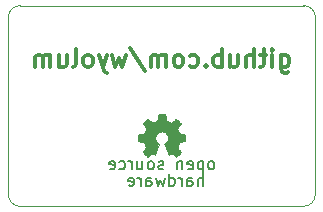
<source format=gbo>
G04 #@! TF.FileFunction,Legend,Bot*
%FSLAX46Y46*%
G04 Gerber Fmt 4.6, Leading zero omitted, Abs format (unit mm)*
G04 Created by KiCad (PCBNEW 0.201506152246+5755~23~ubuntu14.10.1-product) date Tue Jun 16 17:37:46 2015*
%MOMM*%
G01*
G04 APERTURE LIST*
%ADD10C,0.100000*%
%ADD11C,0.300000*%
%ADD12C,0.200000*%
%ADD13C,0.002540*%
%ADD14R,2.032000X2.032000*%
%ADD15O,2.032000X2.032000*%
%ADD16C,3.800000*%
G04 APERTURE END LIST*
D10*
D11*
X110071429Y-95678571D02*
X110071429Y-96892857D01*
X110142858Y-97035714D01*
X110214286Y-97107143D01*
X110357143Y-97178571D01*
X110571429Y-97178571D01*
X110714286Y-97107143D01*
X110071429Y-96607143D02*
X110214286Y-96678571D01*
X110500000Y-96678571D01*
X110642858Y-96607143D01*
X110714286Y-96535714D01*
X110785715Y-96392857D01*
X110785715Y-95964286D01*
X110714286Y-95821429D01*
X110642858Y-95750000D01*
X110500000Y-95678571D01*
X110214286Y-95678571D01*
X110071429Y-95750000D01*
X109357143Y-96678571D02*
X109357143Y-95678571D01*
X109357143Y-95178571D02*
X109428572Y-95250000D01*
X109357143Y-95321429D01*
X109285715Y-95250000D01*
X109357143Y-95178571D01*
X109357143Y-95321429D01*
X108857143Y-95678571D02*
X108285714Y-95678571D01*
X108642857Y-95178571D02*
X108642857Y-96464286D01*
X108571429Y-96607143D01*
X108428571Y-96678571D01*
X108285714Y-96678571D01*
X107785714Y-96678571D02*
X107785714Y-95178571D01*
X107142857Y-96678571D02*
X107142857Y-95892857D01*
X107214286Y-95750000D01*
X107357143Y-95678571D01*
X107571428Y-95678571D01*
X107714286Y-95750000D01*
X107785714Y-95821429D01*
X105785714Y-95678571D02*
X105785714Y-96678571D01*
X106428571Y-95678571D02*
X106428571Y-96464286D01*
X106357143Y-96607143D01*
X106214285Y-96678571D01*
X106000000Y-96678571D01*
X105857143Y-96607143D01*
X105785714Y-96535714D01*
X105071428Y-96678571D02*
X105071428Y-95178571D01*
X105071428Y-95750000D02*
X104928571Y-95678571D01*
X104642857Y-95678571D01*
X104500000Y-95750000D01*
X104428571Y-95821429D01*
X104357142Y-95964286D01*
X104357142Y-96392857D01*
X104428571Y-96535714D01*
X104500000Y-96607143D01*
X104642857Y-96678571D01*
X104928571Y-96678571D01*
X105071428Y-96607143D01*
X103714285Y-96535714D02*
X103642857Y-96607143D01*
X103714285Y-96678571D01*
X103785714Y-96607143D01*
X103714285Y-96535714D01*
X103714285Y-96678571D01*
X102357142Y-96607143D02*
X102499999Y-96678571D01*
X102785713Y-96678571D01*
X102928571Y-96607143D01*
X102999999Y-96535714D01*
X103071428Y-96392857D01*
X103071428Y-95964286D01*
X102999999Y-95821429D01*
X102928571Y-95750000D01*
X102785713Y-95678571D01*
X102499999Y-95678571D01*
X102357142Y-95750000D01*
X101499999Y-96678571D02*
X101642857Y-96607143D01*
X101714285Y-96535714D01*
X101785714Y-96392857D01*
X101785714Y-95964286D01*
X101714285Y-95821429D01*
X101642857Y-95750000D01*
X101499999Y-95678571D01*
X101285714Y-95678571D01*
X101142857Y-95750000D01*
X101071428Y-95821429D01*
X100999999Y-95964286D01*
X100999999Y-96392857D01*
X101071428Y-96535714D01*
X101142857Y-96607143D01*
X101285714Y-96678571D01*
X101499999Y-96678571D01*
X100357142Y-96678571D02*
X100357142Y-95678571D01*
X100357142Y-95821429D02*
X100285714Y-95750000D01*
X100142856Y-95678571D01*
X99928571Y-95678571D01*
X99785714Y-95750000D01*
X99714285Y-95892857D01*
X99714285Y-96678571D01*
X99714285Y-95892857D02*
X99642856Y-95750000D01*
X99499999Y-95678571D01*
X99285714Y-95678571D01*
X99142856Y-95750000D01*
X99071428Y-95892857D01*
X99071428Y-96678571D01*
X97285714Y-95107143D02*
X98571428Y-97035714D01*
X96928570Y-95678571D02*
X96642856Y-96678571D01*
X96357142Y-95964286D01*
X96071427Y-96678571D01*
X95785713Y-95678571D01*
X95357141Y-95678571D02*
X94999998Y-96678571D01*
X94642856Y-95678571D02*
X94999998Y-96678571D01*
X95142856Y-97035714D01*
X95214284Y-97107143D01*
X95357141Y-97178571D01*
X93857141Y-96678571D02*
X93999999Y-96607143D01*
X94071427Y-96535714D01*
X94142856Y-96392857D01*
X94142856Y-95964286D01*
X94071427Y-95821429D01*
X93999999Y-95750000D01*
X93857141Y-95678571D01*
X93642856Y-95678571D01*
X93499999Y-95750000D01*
X93428570Y-95821429D01*
X93357141Y-95964286D01*
X93357141Y-96392857D01*
X93428570Y-96535714D01*
X93499999Y-96607143D01*
X93642856Y-96678571D01*
X93857141Y-96678571D01*
X92499998Y-96678571D02*
X92642856Y-96607143D01*
X92714284Y-96464286D01*
X92714284Y-95178571D01*
X91285713Y-95678571D02*
X91285713Y-96678571D01*
X91928570Y-95678571D02*
X91928570Y-96464286D01*
X91857142Y-96607143D01*
X91714284Y-96678571D01*
X91499999Y-96678571D01*
X91357142Y-96607143D01*
X91285713Y-96535714D01*
X90571427Y-96678571D02*
X90571427Y-95678571D01*
X90571427Y-95821429D02*
X90499999Y-95750000D01*
X90357141Y-95678571D01*
X90142856Y-95678571D01*
X89999999Y-95750000D01*
X89928570Y-95892857D01*
X89928570Y-96678571D01*
X89928570Y-95892857D02*
X89857141Y-95750000D01*
X89714284Y-95678571D01*
X89499999Y-95678571D01*
X89357141Y-95750000D01*
X89285713Y-95892857D01*
X89285713Y-96678571D01*
D12*
X103492858Y-106752381D02*
X103492858Y-105752381D01*
X103064286Y-106752381D02*
X103064286Y-106228571D01*
X103111905Y-106133333D01*
X103207143Y-106085714D01*
X103350001Y-106085714D01*
X103445239Y-106133333D01*
X103492858Y-106180952D01*
X102159524Y-106752381D02*
X102159524Y-106228571D01*
X102207143Y-106133333D01*
X102302381Y-106085714D01*
X102492858Y-106085714D01*
X102588096Y-106133333D01*
X102159524Y-106704762D02*
X102254762Y-106752381D01*
X102492858Y-106752381D01*
X102588096Y-106704762D01*
X102635715Y-106609524D01*
X102635715Y-106514286D01*
X102588096Y-106419048D01*
X102492858Y-106371429D01*
X102254762Y-106371429D01*
X102159524Y-106323810D01*
X101683334Y-106752381D02*
X101683334Y-106085714D01*
X101683334Y-106276190D02*
X101635715Y-106180952D01*
X101588096Y-106133333D01*
X101492858Y-106085714D01*
X101397619Y-106085714D01*
X100635714Y-106752381D02*
X100635714Y-105752381D01*
X100635714Y-106704762D02*
X100730952Y-106752381D01*
X100921429Y-106752381D01*
X101016667Y-106704762D01*
X101064286Y-106657143D01*
X101111905Y-106561905D01*
X101111905Y-106276190D01*
X101064286Y-106180952D01*
X101016667Y-106133333D01*
X100921429Y-106085714D01*
X100730952Y-106085714D01*
X100635714Y-106133333D01*
X100254762Y-106085714D02*
X100064286Y-106752381D01*
X99873809Y-106276190D01*
X99683333Y-106752381D01*
X99492857Y-106085714D01*
X98683333Y-106752381D02*
X98683333Y-106228571D01*
X98730952Y-106133333D01*
X98826190Y-106085714D01*
X99016667Y-106085714D01*
X99111905Y-106133333D01*
X98683333Y-106704762D02*
X98778571Y-106752381D01*
X99016667Y-106752381D01*
X99111905Y-106704762D01*
X99159524Y-106609524D01*
X99159524Y-106514286D01*
X99111905Y-106419048D01*
X99016667Y-106371429D01*
X98778571Y-106371429D01*
X98683333Y-106323810D01*
X98207143Y-106752381D02*
X98207143Y-106085714D01*
X98207143Y-106276190D02*
X98159524Y-106180952D01*
X98111905Y-106133333D01*
X98016667Y-106085714D01*
X97921428Y-106085714D01*
X97207142Y-106704762D02*
X97302380Y-106752381D01*
X97492857Y-106752381D01*
X97588095Y-106704762D01*
X97635714Y-106609524D01*
X97635714Y-106228571D01*
X97588095Y-106133333D01*
X97492857Y-106085714D01*
X97302380Y-106085714D01*
X97207142Y-106133333D01*
X97159523Y-106228571D01*
X97159523Y-106323810D01*
X97635714Y-106419048D01*
X104261906Y-105352381D02*
X104357144Y-105304762D01*
X104404763Y-105257143D01*
X104452382Y-105161905D01*
X104452382Y-104876190D01*
X104404763Y-104780952D01*
X104357144Y-104733333D01*
X104261906Y-104685714D01*
X104119048Y-104685714D01*
X104023810Y-104733333D01*
X103976191Y-104780952D01*
X103928572Y-104876190D01*
X103928572Y-105161905D01*
X103976191Y-105257143D01*
X104023810Y-105304762D01*
X104119048Y-105352381D01*
X104261906Y-105352381D01*
X103500001Y-104685714D02*
X103500001Y-105685714D01*
X103500001Y-104733333D02*
X103404763Y-104685714D01*
X103214286Y-104685714D01*
X103119048Y-104733333D01*
X103071429Y-104780952D01*
X103023810Y-104876190D01*
X103023810Y-105161905D01*
X103071429Y-105257143D01*
X103119048Y-105304762D01*
X103214286Y-105352381D01*
X103404763Y-105352381D01*
X103500001Y-105304762D01*
X102214286Y-105304762D02*
X102309524Y-105352381D01*
X102500001Y-105352381D01*
X102595239Y-105304762D01*
X102642858Y-105209524D01*
X102642858Y-104828571D01*
X102595239Y-104733333D01*
X102500001Y-104685714D01*
X102309524Y-104685714D01*
X102214286Y-104733333D01*
X102166667Y-104828571D01*
X102166667Y-104923810D01*
X102642858Y-105019048D01*
X101738096Y-104685714D02*
X101738096Y-105352381D01*
X101738096Y-104780952D02*
X101690477Y-104733333D01*
X101595239Y-104685714D01*
X101452381Y-104685714D01*
X101357143Y-104733333D01*
X101309524Y-104828571D01*
X101309524Y-105352381D01*
X100119048Y-105304762D02*
X100023810Y-105352381D01*
X99833334Y-105352381D01*
X99738095Y-105304762D01*
X99690476Y-105209524D01*
X99690476Y-105161905D01*
X99738095Y-105066667D01*
X99833334Y-105019048D01*
X99976191Y-105019048D01*
X100071429Y-104971429D01*
X100119048Y-104876190D01*
X100119048Y-104828571D01*
X100071429Y-104733333D01*
X99976191Y-104685714D01*
X99833334Y-104685714D01*
X99738095Y-104733333D01*
X99119048Y-105352381D02*
X99214286Y-105304762D01*
X99261905Y-105257143D01*
X99309524Y-105161905D01*
X99309524Y-104876190D01*
X99261905Y-104780952D01*
X99214286Y-104733333D01*
X99119048Y-104685714D01*
X98976190Y-104685714D01*
X98880952Y-104733333D01*
X98833333Y-104780952D01*
X98785714Y-104876190D01*
X98785714Y-105161905D01*
X98833333Y-105257143D01*
X98880952Y-105304762D01*
X98976190Y-105352381D01*
X99119048Y-105352381D01*
X97928571Y-104685714D02*
X97928571Y-105352381D01*
X98357143Y-104685714D02*
X98357143Y-105209524D01*
X98309524Y-105304762D01*
X98214286Y-105352381D01*
X98071428Y-105352381D01*
X97976190Y-105304762D01*
X97928571Y-105257143D01*
X97452381Y-105352381D02*
X97452381Y-104685714D01*
X97452381Y-104876190D02*
X97404762Y-104780952D01*
X97357143Y-104733333D01*
X97261905Y-104685714D01*
X97166666Y-104685714D01*
X96404761Y-105304762D02*
X96499999Y-105352381D01*
X96690476Y-105352381D01*
X96785714Y-105304762D01*
X96833333Y-105257143D01*
X96880952Y-105161905D01*
X96880952Y-104876190D01*
X96833333Y-104780952D01*
X96785714Y-104733333D01*
X96690476Y-104685714D01*
X96499999Y-104685714D01*
X96404761Y-104733333D01*
X95595237Y-105304762D02*
X95690475Y-105352381D01*
X95880952Y-105352381D01*
X95976190Y-105304762D01*
X96023809Y-105209524D01*
X96023809Y-104828571D01*
X95976190Y-104733333D01*
X95880952Y-104685714D01*
X95690475Y-104685714D01*
X95595237Y-104733333D01*
X95547618Y-104828571D01*
X95547618Y-104923810D01*
X96023809Y-105019048D01*
D10*
X113000000Y-107500000D02*
X113000000Y-92500000D01*
X88000000Y-108500000D02*
X112000000Y-108500000D01*
X87000000Y-92500000D02*
X87000000Y-107500000D01*
X112000000Y-91500000D02*
X88000000Y-91500000D01*
X113000000Y-92500000D02*
G75*
G03X112000000Y-91500000I-1000000J0D01*
G01*
X112000000Y-108500000D02*
G75*
G03X113000000Y-107500000I0J1000000D01*
G01*
X87000000Y-107500000D02*
G75*
G03X88000000Y-108500000I1000000J0D01*
G01*
X88000000Y-91500000D02*
G75*
G03X87000000Y-92500000I0J-1000000D01*
G01*
D13*
G36*
X101211580Y-104295780D02*
X101191260Y-104285620D01*
X101143000Y-104255140D01*
X101076960Y-104211960D01*
X100998220Y-104158620D01*
X100919480Y-104105280D01*
X100853440Y-104062100D01*
X100807720Y-104031620D01*
X100789940Y-104021460D01*
X100779780Y-104024000D01*
X100741680Y-104044320D01*
X100685800Y-104072260D01*
X100655320Y-104087500D01*
X100604520Y-104110360D01*
X100579120Y-104115440D01*
X100576580Y-104107820D01*
X100556260Y-104069720D01*
X100528320Y-104003680D01*
X100490220Y-103917320D01*
X100447040Y-103815720D01*
X100401320Y-103706500D01*
X100355600Y-103594740D01*
X100309880Y-103488060D01*
X100271780Y-103391540D01*
X100238760Y-103315340D01*
X100218440Y-103259460D01*
X100210820Y-103236600D01*
X100213360Y-103231520D01*
X100238760Y-103208660D01*
X100281940Y-103175640D01*
X100378460Y-103096900D01*
X100469900Y-102980060D01*
X100528320Y-102847980D01*
X100546100Y-102700660D01*
X100530860Y-102566040D01*
X100477520Y-102436500D01*
X100386080Y-102317120D01*
X100274320Y-102230760D01*
X100144780Y-102174880D01*
X100000000Y-102157100D01*
X99860300Y-102172340D01*
X99728220Y-102225680D01*
X99608840Y-102314580D01*
X99560580Y-102373000D01*
X99492000Y-102492380D01*
X99451360Y-102619380D01*
X99448820Y-102649860D01*
X99453900Y-102792100D01*
X99494540Y-102926720D01*
X99568200Y-103046100D01*
X99672340Y-103145160D01*
X99685040Y-103155320D01*
X99733300Y-103190880D01*
X99763780Y-103213740D01*
X99789180Y-103234060D01*
X99611380Y-103665860D01*
X99583440Y-103734440D01*
X99532640Y-103851280D01*
X99489460Y-103952880D01*
X99456440Y-104034160D01*
X99431040Y-104087500D01*
X99420880Y-104110360D01*
X99420880Y-104110360D01*
X99405640Y-104112900D01*
X99372620Y-104100200D01*
X99311660Y-104072260D01*
X99271020Y-104051940D01*
X99225300Y-104029080D01*
X99204980Y-104021460D01*
X99187200Y-104031620D01*
X99144020Y-104059560D01*
X99080520Y-104102740D01*
X99004320Y-104153540D01*
X98930660Y-104204340D01*
X98862080Y-104250060D01*
X98813820Y-104280540D01*
X98788420Y-104293240D01*
X98785880Y-104293240D01*
X98765560Y-104280540D01*
X98724920Y-104250060D01*
X98666500Y-104194180D01*
X98585220Y-104112900D01*
X98572520Y-104100200D01*
X98503940Y-104029080D01*
X98448060Y-103970660D01*
X98409960Y-103930020D01*
X98397260Y-103912240D01*
X98397260Y-103912240D01*
X98409960Y-103886840D01*
X98440440Y-103838580D01*
X98486160Y-103770000D01*
X98539500Y-103691260D01*
X98681740Y-103482980D01*
X98603000Y-103287400D01*
X98580140Y-103228980D01*
X98549660Y-103155320D01*
X98526800Y-103104520D01*
X98514100Y-103081660D01*
X98493780Y-103074040D01*
X98440440Y-103061340D01*
X98361700Y-103043560D01*
X98270260Y-103028320D01*
X98181360Y-103010540D01*
X98102620Y-102995300D01*
X98044200Y-102985140D01*
X98018800Y-102980060D01*
X98013720Y-102974980D01*
X98008640Y-102962280D01*
X98003560Y-102936880D01*
X98003560Y-102888620D01*
X98001020Y-102812420D01*
X98001020Y-102700660D01*
X98001020Y-102690500D01*
X98003560Y-102583820D01*
X98003560Y-102500000D01*
X98006100Y-102446660D01*
X98011180Y-102426340D01*
X98011180Y-102426340D01*
X98036580Y-102418720D01*
X98092460Y-102408560D01*
X98171200Y-102390780D01*
X98267720Y-102373000D01*
X98272800Y-102373000D01*
X98366780Y-102355220D01*
X98445520Y-102337440D01*
X98501400Y-102324740D01*
X98524260Y-102317120D01*
X98529340Y-102312040D01*
X98549660Y-102273940D01*
X98577600Y-102215520D01*
X98608080Y-102144400D01*
X98638560Y-102070740D01*
X98666500Y-102002160D01*
X98684280Y-101953900D01*
X98689360Y-101931040D01*
X98689360Y-101931040D01*
X98674120Y-101908180D01*
X98641100Y-101857380D01*
X98595380Y-101791340D01*
X98539500Y-101710060D01*
X98536960Y-101702440D01*
X98481080Y-101623700D01*
X98437900Y-101555120D01*
X98407420Y-101506860D01*
X98397260Y-101486540D01*
X98397260Y-101484000D01*
X98415040Y-101461140D01*
X98455680Y-101415420D01*
X98514100Y-101354460D01*
X98585220Y-101283340D01*
X98608080Y-101263020D01*
X98684280Y-101186820D01*
X98737620Y-101136020D01*
X98773180Y-101110620D01*
X98788420Y-101103000D01*
X98788420Y-101105540D01*
X98813820Y-101118240D01*
X98864620Y-101151260D01*
X98933200Y-101199520D01*
X99014480Y-101252860D01*
X99019560Y-101257940D01*
X99098300Y-101311280D01*
X99164340Y-101357000D01*
X99212600Y-101387480D01*
X99232920Y-101400180D01*
X99238000Y-101400180D01*
X99268480Y-101390020D01*
X99326900Y-101372240D01*
X99395480Y-101344300D01*
X99469140Y-101313820D01*
X99537720Y-101285880D01*
X99588520Y-101263020D01*
X99611380Y-101250320D01*
X99611380Y-101247780D01*
X99621540Y-101219840D01*
X99634240Y-101158880D01*
X99652020Y-101077600D01*
X99669800Y-100978540D01*
X99672340Y-100963300D01*
X99690120Y-100869320D01*
X99705360Y-100790580D01*
X99718060Y-100734700D01*
X99723140Y-100711840D01*
X99735840Y-100709300D01*
X99784100Y-100706760D01*
X99855220Y-100704220D01*
X99941580Y-100704220D01*
X100030480Y-100704220D01*
X100116840Y-100706760D01*
X100193040Y-100709300D01*
X100246380Y-100711840D01*
X100269240Y-100716920D01*
X100271780Y-100719460D01*
X100279400Y-100747400D01*
X100292100Y-100808360D01*
X100309880Y-100889640D01*
X100327660Y-100988700D01*
X100330200Y-101006480D01*
X100347980Y-101100460D01*
X100365760Y-101179200D01*
X100375920Y-101232540D01*
X100383540Y-101252860D01*
X100391160Y-101257940D01*
X100429260Y-101275720D01*
X100492760Y-101301120D01*
X100574040Y-101334140D01*
X100756920Y-101407800D01*
X100980440Y-101252860D01*
X101000760Y-101240160D01*
X101082040Y-101184280D01*
X101148080Y-101141100D01*
X101193800Y-101110620D01*
X101214120Y-101100460D01*
X101214120Y-101100460D01*
X101236980Y-101120780D01*
X101282700Y-101161420D01*
X101343660Y-101222380D01*
X101412240Y-101290960D01*
X101465580Y-101344300D01*
X101526540Y-101407800D01*
X101567180Y-101448440D01*
X101587500Y-101476380D01*
X101595120Y-101494160D01*
X101592580Y-101504320D01*
X101579880Y-101527180D01*
X101546860Y-101575440D01*
X101501140Y-101644020D01*
X101445260Y-101722760D01*
X101399540Y-101791340D01*
X101351280Y-101865000D01*
X101320800Y-101918340D01*
X101308100Y-101946280D01*
X101310640Y-101956440D01*
X101328420Y-101999620D01*
X101353820Y-102068200D01*
X101386840Y-102146940D01*
X101465580Y-102324740D01*
X101582420Y-102345060D01*
X101653540Y-102360300D01*
X101752600Y-102378080D01*
X101846580Y-102395860D01*
X101993900Y-102426340D01*
X101998980Y-102964820D01*
X101976120Y-102974980D01*
X101953260Y-102982600D01*
X101899920Y-102992760D01*
X101821180Y-103008000D01*
X101729740Y-103025780D01*
X101651000Y-103041020D01*
X101572260Y-103056260D01*
X101516380Y-103066420D01*
X101490980Y-103071500D01*
X101483360Y-103081660D01*
X101463040Y-103119760D01*
X101435100Y-103180720D01*
X101404620Y-103254380D01*
X101374140Y-103328040D01*
X101346200Y-103399160D01*
X101325880Y-103452500D01*
X101318260Y-103480440D01*
X101328420Y-103500760D01*
X101358900Y-103546480D01*
X101402080Y-103612520D01*
X101455420Y-103691260D01*
X101511300Y-103770000D01*
X101554480Y-103838580D01*
X101587500Y-103886840D01*
X101600200Y-103907160D01*
X101592580Y-103922400D01*
X101562100Y-103960500D01*
X101503680Y-104021460D01*
X101414780Y-104110360D01*
X101399540Y-104123060D01*
X101330960Y-104191640D01*
X101270000Y-104244980D01*
X101229360Y-104283080D01*
X101211580Y-104295780D01*
X101211580Y-104295780D01*
G37*
X101211580Y-104295780D02*
X101191260Y-104285620D01*
X101143000Y-104255140D01*
X101076960Y-104211960D01*
X100998220Y-104158620D01*
X100919480Y-104105280D01*
X100853440Y-104062100D01*
X100807720Y-104031620D01*
X100789940Y-104021460D01*
X100779780Y-104024000D01*
X100741680Y-104044320D01*
X100685800Y-104072260D01*
X100655320Y-104087500D01*
X100604520Y-104110360D01*
X100579120Y-104115440D01*
X100576580Y-104107820D01*
X100556260Y-104069720D01*
X100528320Y-104003680D01*
X100490220Y-103917320D01*
X100447040Y-103815720D01*
X100401320Y-103706500D01*
X100355600Y-103594740D01*
X100309880Y-103488060D01*
X100271780Y-103391540D01*
X100238760Y-103315340D01*
X100218440Y-103259460D01*
X100210820Y-103236600D01*
X100213360Y-103231520D01*
X100238760Y-103208660D01*
X100281940Y-103175640D01*
X100378460Y-103096900D01*
X100469900Y-102980060D01*
X100528320Y-102847980D01*
X100546100Y-102700660D01*
X100530860Y-102566040D01*
X100477520Y-102436500D01*
X100386080Y-102317120D01*
X100274320Y-102230760D01*
X100144780Y-102174880D01*
X100000000Y-102157100D01*
X99860300Y-102172340D01*
X99728220Y-102225680D01*
X99608840Y-102314580D01*
X99560580Y-102373000D01*
X99492000Y-102492380D01*
X99451360Y-102619380D01*
X99448820Y-102649860D01*
X99453900Y-102792100D01*
X99494540Y-102926720D01*
X99568200Y-103046100D01*
X99672340Y-103145160D01*
X99685040Y-103155320D01*
X99733300Y-103190880D01*
X99763780Y-103213740D01*
X99789180Y-103234060D01*
X99611380Y-103665860D01*
X99583440Y-103734440D01*
X99532640Y-103851280D01*
X99489460Y-103952880D01*
X99456440Y-104034160D01*
X99431040Y-104087500D01*
X99420880Y-104110360D01*
X99420880Y-104110360D01*
X99405640Y-104112900D01*
X99372620Y-104100200D01*
X99311660Y-104072260D01*
X99271020Y-104051940D01*
X99225300Y-104029080D01*
X99204980Y-104021460D01*
X99187200Y-104031620D01*
X99144020Y-104059560D01*
X99080520Y-104102740D01*
X99004320Y-104153540D01*
X98930660Y-104204340D01*
X98862080Y-104250060D01*
X98813820Y-104280540D01*
X98788420Y-104293240D01*
X98785880Y-104293240D01*
X98765560Y-104280540D01*
X98724920Y-104250060D01*
X98666500Y-104194180D01*
X98585220Y-104112900D01*
X98572520Y-104100200D01*
X98503940Y-104029080D01*
X98448060Y-103970660D01*
X98409960Y-103930020D01*
X98397260Y-103912240D01*
X98397260Y-103912240D01*
X98409960Y-103886840D01*
X98440440Y-103838580D01*
X98486160Y-103770000D01*
X98539500Y-103691260D01*
X98681740Y-103482980D01*
X98603000Y-103287400D01*
X98580140Y-103228980D01*
X98549660Y-103155320D01*
X98526800Y-103104520D01*
X98514100Y-103081660D01*
X98493780Y-103074040D01*
X98440440Y-103061340D01*
X98361700Y-103043560D01*
X98270260Y-103028320D01*
X98181360Y-103010540D01*
X98102620Y-102995300D01*
X98044200Y-102985140D01*
X98018800Y-102980060D01*
X98013720Y-102974980D01*
X98008640Y-102962280D01*
X98003560Y-102936880D01*
X98003560Y-102888620D01*
X98001020Y-102812420D01*
X98001020Y-102700660D01*
X98001020Y-102690500D01*
X98003560Y-102583820D01*
X98003560Y-102500000D01*
X98006100Y-102446660D01*
X98011180Y-102426340D01*
X98011180Y-102426340D01*
X98036580Y-102418720D01*
X98092460Y-102408560D01*
X98171200Y-102390780D01*
X98267720Y-102373000D01*
X98272800Y-102373000D01*
X98366780Y-102355220D01*
X98445520Y-102337440D01*
X98501400Y-102324740D01*
X98524260Y-102317120D01*
X98529340Y-102312040D01*
X98549660Y-102273940D01*
X98577600Y-102215520D01*
X98608080Y-102144400D01*
X98638560Y-102070740D01*
X98666500Y-102002160D01*
X98684280Y-101953900D01*
X98689360Y-101931040D01*
X98689360Y-101931040D01*
X98674120Y-101908180D01*
X98641100Y-101857380D01*
X98595380Y-101791340D01*
X98539500Y-101710060D01*
X98536960Y-101702440D01*
X98481080Y-101623700D01*
X98437900Y-101555120D01*
X98407420Y-101506860D01*
X98397260Y-101486540D01*
X98397260Y-101484000D01*
X98415040Y-101461140D01*
X98455680Y-101415420D01*
X98514100Y-101354460D01*
X98585220Y-101283340D01*
X98608080Y-101263020D01*
X98684280Y-101186820D01*
X98737620Y-101136020D01*
X98773180Y-101110620D01*
X98788420Y-101103000D01*
X98788420Y-101105540D01*
X98813820Y-101118240D01*
X98864620Y-101151260D01*
X98933200Y-101199520D01*
X99014480Y-101252860D01*
X99019560Y-101257940D01*
X99098300Y-101311280D01*
X99164340Y-101357000D01*
X99212600Y-101387480D01*
X99232920Y-101400180D01*
X99238000Y-101400180D01*
X99268480Y-101390020D01*
X99326900Y-101372240D01*
X99395480Y-101344300D01*
X99469140Y-101313820D01*
X99537720Y-101285880D01*
X99588520Y-101263020D01*
X99611380Y-101250320D01*
X99611380Y-101247780D01*
X99621540Y-101219840D01*
X99634240Y-101158880D01*
X99652020Y-101077600D01*
X99669800Y-100978540D01*
X99672340Y-100963300D01*
X99690120Y-100869320D01*
X99705360Y-100790580D01*
X99718060Y-100734700D01*
X99723140Y-100711840D01*
X99735840Y-100709300D01*
X99784100Y-100706760D01*
X99855220Y-100704220D01*
X99941580Y-100704220D01*
X100030480Y-100704220D01*
X100116840Y-100706760D01*
X100193040Y-100709300D01*
X100246380Y-100711840D01*
X100269240Y-100716920D01*
X100271780Y-100719460D01*
X100279400Y-100747400D01*
X100292100Y-100808360D01*
X100309880Y-100889640D01*
X100327660Y-100988700D01*
X100330200Y-101006480D01*
X100347980Y-101100460D01*
X100365760Y-101179200D01*
X100375920Y-101232540D01*
X100383540Y-101252860D01*
X100391160Y-101257940D01*
X100429260Y-101275720D01*
X100492760Y-101301120D01*
X100574040Y-101334140D01*
X100756920Y-101407800D01*
X100980440Y-101252860D01*
X101000760Y-101240160D01*
X101082040Y-101184280D01*
X101148080Y-101141100D01*
X101193800Y-101110620D01*
X101214120Y-101100460D01*
X101214120Y-101100460D01*
X101236980Y-101120780D01*
X101282700Y-101161420D01*
X101343660Y-101222380D01*
X101412240Y-101290960D01*
X101465580Y-101344300D01*
X101526540Y-101407800D01*
X101567180Y-101448440D01*
X101587500Y-101476380D01*
X101595120Y-101494160D01*
X101592580Y-101504320D01*
X101579880Y-101527180D01*
X101546860Y-101575440D01*
X101501140Y-101644020D01*
X101445260Y-101722760D01*
X101399540Y-101791340D01*
X101351280Y-101865000D01*
X101320800Y-101918340D01*
X101308100Y-101946280D01*
X101310640Y-101956440D01*
X101328420Y-101999620D01*
X101353820Y-102068200D01*
X101386840Y-102146940D01*
X101465580Y-102324740D01*
X101582420Y-102345060D01*
X101653540Y-102360300D01*
X101752600Y-102378080D01*
X101846580Y-102395860D01*
X101993900Y-102426340D01*
X101998980Y-102964820D01*
X101976120Y-102974980D01*
X101953260Y-102982600D01*
X101899920Y-102992760D01*
X101821180Y-103008000D01*
X101729740Y-103025780D01*
X101651000Y-103041020D01*
X101572260Y-103056260D01*
X101516380Y-103066420D01*
X101490980Y-103071500D01*
X101483360Y-103081660D01*
X101463040Y-103119760D01*
X101435100Y-103180720D01*
X101404620Y-103254380D01*
X101374140Y-103328040D01*
X101346200Y-103399160D01*
X101325880Y-103452500D01*
X101318260Y-103480440D01*
X101328420Y-103500760D01*
X101358900Y-103546480D01*
X101402080Y-103612520D01*
X101455420Y-103691260D01*
X101511300Y-103770000D01*
X101554480Y-103838580D01*
X101587500Y-103886840D01*
X101600200Y-103907160D01*
X101592580Y-103922400D01*
X101562100Y-103960500D01*
X101503680Y-104021460D01*
X101414780Y-104110360D01*
X101399540Y-104123060D01*
X101330960Y-104191640D01*
X101270000Y-104244980D01*
X101229360Y-104283080D01*
X101211580Y-104295780D01*
%LPC*%
D14*
X101270000Y-93300000D03*
D15*
X98730000Y-93300000D03*
D16*
X106350000Y-100000000D03*
X93650000Y-100000000D03*
M02*

</source>
